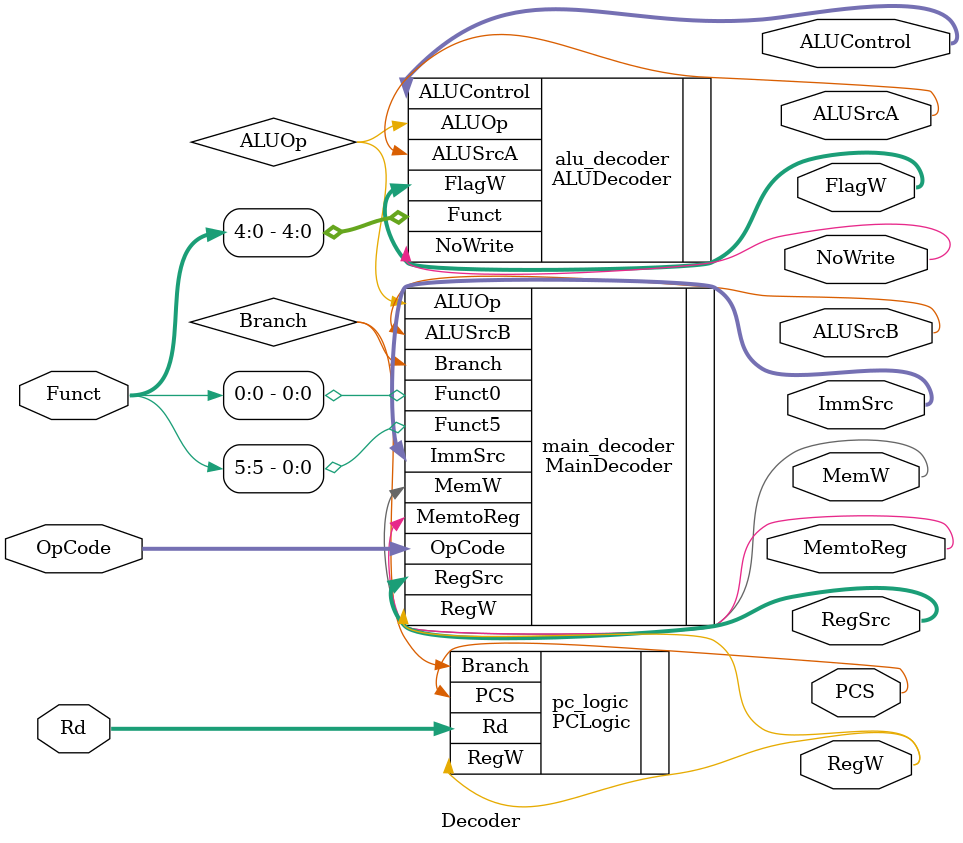
<source format=sv>
module Decoder(
    input logic [3:0] Rd,
    input logic [1:0] OpCode,
    input logic [5:0] Funct,
    output logic PCS,
    output logic RegW,
    output logic MemW,
    output logic MemtoReg,
    output logic ALUSrcA, ALUSrcB,
    output logic [1:0] ImmSrc,
    output logic [1:0] RegSrc,
    output logic NoWrite,
    output logic [1:0] ALUControl,
    output logic [1:0] FlagW
);

    logic Branch, ALUOp;

    MainDecoder main_decoder (
        .OpCode(OpCode),
        .Funct5(Funct[5]),
        .Funct0(Funct[0]),
        .Branch(Branch),
        .MemtoReg(MemtoReg),
        .MemW(MemW),
        .ALUSrcB(ALUSrcB),
        .ImmSrc(ImmSrc),
        .RegW(RegW),
        .RegSrc(RegSrc),
        .ALUOp(ALUOp)
    );

    PCLogic pc_logic (
        .Rd(Rd),
        .Branch(Branch),
        .RegW(RegW),
        .PCS(PCS)
    );

    ALUDecoder alu_decoder (
        .ALUOp(ALUOp),
        .Funct(Funct[4:0]),
        .ALUControl(ALUControl),
        .ALUSrcA(ALUSrcA),
        .FlagW(FlagW),
        .NoWrite(NoWrite) // NoWrite se usa para indicar que no se escribirá en la ALU
    );


endmodule
</source>
